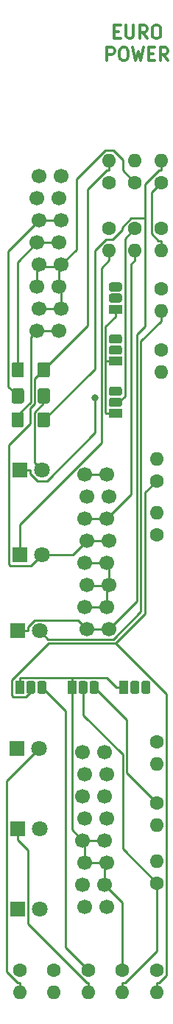
<source format=gtl>
%TF.GenerationSoftware,KiCad,Pcbnew,5.1.9+dfsg1-1~bpo10+1*%
%TF.CreationDate,2021-04-17T11:45:14+01:00*%
%TF.ProjectId,europower,6575726f-706f-4776-9572-2e6b69636164,rev?*%
%TF.SameCoordinates,Original*%
%TF.FileFunction,Copper,L1,Top*%
%TF.FilePolarity,Positive*%
%FSLAX46Y46*%
G04 Gerber Fmt 4.6, Leading zero omitted, Abs format (unit mm)*
G04 Created by KiCad (PCBNEW 5.1.9+dfsg1-1~bpo10+1) date 2021-04-17 11:45:14*
%MOMM*%
%LPD*%
G01*
G04 APERTURE LIST*
%TA.AperFunction,NonConductor*%
%ADD10C,0.300000*%
%TD*%
%TA.AperFunction,ComponentPad*%
%ADD11R,1.050000X1.500000*%
%TD*%
%TA.AperFunction,ComponentPad*%
%ADD12R,1.500000X1.050000*%
%TD*%
%TA.AperFunction,ComponentPad*%
%ADD13O,1.600000X1.600000*%
%TD*%
%TA.AperFunction,ComponentPad*%
%ADD14C,1.600000*%
%TD*%
%TA.AperFunction,ComponentPad*%
%ADD15C,1.800000*%
%TD*%
%TA.AperFunction,ComponentPad*%
%ADD16R,1.800000X1.800000*%
%TD*%
%TA.AperFunction,ComponentPad*%
%ADD17C,1.700000*%
%TD*%
%TA.AperFunction,ViaPad*%
%ADD18C,0.800000*%
%TD*%
%TA.AperFunction,Conductor*%
%ADD19C,0.250000*%
%TD*%
G04 APERTURE END LIST*
D10*
X148607142Y-66367857D02*
X149107142Y-66367857D01*
X149321428Y-67153571D02*
X148607142Y-67153571D01*
X148607142Y-65653571D01*
X149321428Y-65653571D01*
X149964285Y-65653571D02*
X149964285Y-66867857D01*
X150035714Y-67010714D01*
X150107142Y-67082142D01*
X150250000Y-67153571D01*
X150535714Y-67153571D01*
X150678571Y-67082142D01*
X150750000Y-67010714D01*
X150821428Y-66867857D01*
X150821428Y-65653571D01*
X152392857Y-67153571D02*
X151892857Y-66439285D01*
X151535714Y-67153571D02*
X151535714Y-65653571D01*
X152107142Y-65653571D01*
X152250000Y-65725000D01*
X152321428Y-65796428D01*
X152392857Y-65939285D01*
X152392857Y-66153571D01*
X152321428Y-66296428D01*
X152250000Y-66367857D01*
X152107142Y-66439285D01*
X151535714Y-66439285D01*
X153321428Y-65653571D02*
X153607142Y-65653571D01*
X153750000Y-65725000D01*
X153892857Y-65867857D01*
X153964285Y-66153571D01*
X153964285Y-66653571D01*
X153892857Y-66939285D01*
X153750000Y-67082142D01*
X153607142Y-67153571D01*
X153321428Y-67153571D01*
X153178571Y-67082142D01*
X153035714Y-66939285D01*
X152964285Y-66653571D01*
X152964285Y-66153571D01*
X153035714Y-65867857D01*
X153178571Y-65725000D01*
X153321428Y-65653571D01*
X147785714Y-69703571D02*
X147785714Y-68203571D01*
X148357142Y-68203571D01*
X148500000Y-68275000D01*
X148571428Y-68346428D01*
X148642857Y-68489285D01*
X148642857Y-68703571D01*
X148571428Y-68846428D01*
X148500000Y-68917857D01*
X148357142Y-68989285D01*
X147785714Y-68989285D01*
X149571428Y-68203571D02*
X149857142Y-68203571D01*
X150000000Y-68275000D01*
X150142857Y-68417857D01*
X150214285Y-68703571D01*
X150214285Y-69203571D01*
X150142857Y-69489285D01*
X150000000Y-69632142D01*
X149857142Y-69703571D01*
X149571428Y-69703571D01*
X149428571Y-69632142D01*
X149285714Y-69489285D01*
X149214285Y-69203571D01*
X149214285Y-68703571D01*
X149285714Y-68417857D01*
X149428571Y-68275000D01*
X149571428Y-68203571D01*
X150714285Y-68203571D02*
X151071428Y-69703571D01*
X151357142Y-68632142D01*
X151642857Y-69703571D01*
X152000000Y-68203571D01*
X152571428Y-68917857D02*
X153071428Y-68917857D01*
X153285714Y-69703571D02*
X152571428Y-69703571D01*
X152571428Y-68203571D01*
X153285714Y-68203571D01*
X154785714Y-69703571D02*
X154285714Y-68989285D01*
X153928571Y-69703571D02*
X153928571Y-68203571D01*
X154500000Y-68203571D01*
X154642857Y-68275000D01*
X154714285Y-68346428D01*
X154785714Y-68489285D01*
X154785714Y-68703571D01*
X154714285Y-68846428D01*
X154642857Y-68917857D01*
X154500000Y-68989285D01*
X153928571Y-68989285D01*
D11*
%TO.P,Q6,1*%
%TO.N,GND*%
X149710000Y-141750000D03*
%TO.P,Q6,3*%
%TO.N,Net-(Q6-Pad3)*%
%TA.AperFunction,ComponentPad*%
G36*
G01*
X151725000Y-142237500D02*
X151725000Y-141262500D01*
G75*
G02*
X151987500Y-141000000I262500J0D01*
G01*
X152512500Y-141000000D01*
G75*
G02*
X152775000Y-141262500I0J-262500D01*
G01*
X152775000Y-142237500D01*
G75*
G02*
X152512500Y-142500000I-262500J0D01*
G01*
X151987500Y-142500000D01*
G75*
G02*
X151725000Y-142237500I0J262500D01*
G01*
G37*
%TD.AperFunction*%
%TO.P,Q6,2*%
%TO.N,Net-(Q6-Pad2)*%
%TA.AperFunction,ComponentPad*%
G36*
G01*
X150455000Y-142237500D02*
X150455000Y-141262500D01*
G75*
G02*
X150717500Y-141000000I262500J0D01*
G01*
X151242500Y-141000000D01*
G75*
G02*
X151505000Y-141262500I0J-262500D01*
G01*
X151505000Y-142237500D01*
G75*
G02*
X151242500Y-142500000I-262500J0D01*
G01*
X150717500Y-142500000D01*
G75*
G02*
X150455000Y-142237500I0J262500D01*
G01*
G37*
%TD.AperFunction*%
%TD*%
%TO.P,Q5,1*%
%TO.N,GND*%
X143750000Y-141750000D03*
%TO.P,Q5,3*%
%TO.N,Net-(Q5-Pad3)*%
%TA.AperFunction,ComponentPad*%
G36*
G01*
X145765000Y-142237500D02*
X145765000Y-141262500D01*
G75*
G02*
X146027500Y-141000000I262500J0D01*
G01*
X146552500Y-141000000D01*
G75*
G02*
X146815000Y-141262500I0J-262500D01*
G01*
X146815000Y-142237500D01*
G75*
G02*
X146552500Y-142500000I-262500J0D01*
G01*
X146027500Y-142500000D01*
G75*
G02*
X145765000Y-142237500I0J262500D01*
G01*
G37*
%TD.AperFunction*%
%TO.P,Q5,2*%
%TO.N,Net-(Q5-Pad2)*%
%TA.AperFunction,ComponentPad*%
G36*
G01*
X144495000Y-142237500D02*
X144495000Y-141262500D01*
G75*
G02*
X144757500Y-141000000I262500J0D01*
G01*
X145282500Y-141000000D01*
G75*
G02*
X145545000Y-141262500I0J-262500D01*
G01*
X145545000Y-142237500D01*
G75*
G02*
X145282500Y-142500000I-262500J0D01*
G01*
X144757500Y-142500000D01*
G75*
G02*
X144495000Y-142237500I0J262500D01*
G01*
G37*
%TD.AperFunction*%
%TD*%
%TO.P,Q4,1*%
%TO.N,GND*%
X137750000Y-141750000D03*
%TO.P,Q4,3*%
%TO.N,Net-(Q4-Pad3)*%
%TA.AperFunction,ComponentPad*%
G36*
G01*
X139765000Y-142237500D02*
X139765000Y-141262500D01*
G75*
G02*
X140027500Y-141000000I262500J0D01*
G01*
X140552500Y-141000000D01*
G75*
G02*
X140815000Y-141262500I0J-262500D01*
G01*
X140815000Y-142237500D01*
G75*
G02*
X140552500Y-142500000I-262500J0D01*
G01*
X140027500Y-142500000D01*
G75*
G02*
X139765000Y-142237500I0J262500D01*
G01*
G37*
%TD.AperFunction*%
%TO.P,Q4,2*%
%TO.N,Net-(Q4-Pad2)*%
%TA.AperFunction,ComponentPad*%
G36*
G01*
X138495000Y-142237500D02*
X138495000Y-141262500D01*
G75*
G02*
X138757500Y-141000000I262500J0D01*
G01*
X139282500Y-141000000D01*
G75*
G02*
X139545000Y-141262500I0J-262500D01*
G01*
X139545000Y-142237500D01*
G75*
G02*
X139282500Y-142500000I-262500J0D01*
G01*
X138757500Y-142500000D01*
G75*
G02*
X138495000Y-142237500I0J262500D01*
G01*
G37*
%TD.AperFunction*%
%TD*%
D12*
%TO.P,Q3,1*%
%TO.N,GND*%
X148750000Y-110250000D03*
%TO.P,Q3,3*%
%TO.N,Net-(Q3-Pad3)*%
%TA.AperFunction,ComponentPad*%
G36*
G01*
X149237500Y-108235000D02*
X148262500Y-108235000D01*
G75*
G02*
X148000000Y-107972500I0J262500D01*
G01*
X148000000Y-107447500D01*
G75*
G02*
X148262500Y-107185000I262500J0D01*
G01*
X149237500Y-107185000D01*
G75*
G02*
X149500000Y-107447500I0J-262500D01*
G01*
X149500000Y-107972500D01*
G75*
G02*
X149237500Y-108235000I-262500J0D01*
G01*
G37*
%TD.AperFunction*%
%TO.P,Q3,2*%
%TO.N,Net-(Q3-Pad2)*%
%TA.AperFunction,ComponentPad*%
G36*
G01*
X149237500Y-109505000D02*
X148262500Y-109505000D01*
G75*
G02*
X148000000Y-109242500I0J262500D01*
G01*
X148000000Y-108717500D01*
G75*
G02*
X148262500Y-108455000I262500J0D01*
G01*
X149237500Y-108455000D01*
G75*
G02*
X149500000Y-108717500I0J-262500D01*
G01*
X149500000Y-109242500D01*
G75*
G02*
X149237500Y-109505000I-262500J0D01*
G01*
G37*
%TD.AperFunction*%
%TD*%
%TO.P,Q2,1*%
%TO.N,GND*%
X148750000Y-104250000D03*
%TO.P,Q2,3*%
%TO.N,Net-(Q2-Pad3)*%
%TA.AperFunction,ComponentPad*%
G36*
G01*
X149237500Y-102235000D02*
X148262500Y-102235000D01*
G75*
G02*
X148000000Y-101972500I0J262500D01*
G01*
X148000000Y-101447500D01*
G75*
G02*
X148262500Y-101185000I262500J0D01*
G01*
X149237500Y-101185000D01*
G75*
G02*
X149500000Y-101447500I0J-262500D01*
G01*
X149500000Y-101972500D01*
G75*
G02*
X149237500Y-102235000I-262500J0D01*
G01*
G37*
%TD.AperFunction*%
%TO.P,Q2,2*%
%TO.N,Net-(Q2-Pad2)*%
%TA.AperFunction,ComponentPad*%
G36*
G01*
X149237500Y-103505000D02*
X148262500Y-103505000D01*
G75*
G02*
X148000000Y-103242500I0J262500D01*
G01*
X148000000Y-102717500D01*
G75*
G02*
X148262500Y-102455000I262500J0D01*
G01*
X149237500Y-102455000D01*
G75*
G02*
X149500000Y-102717500I0J-262500D01*
G01*
X149500000Y-103242500D01*
G75*
G02*
X149237500Y-103505000I-262500J0D01*
G01*
G37*
%TD.AperFunction*%
%TD*%
%TO.P,Q1,1*%
%TO.N,GND*%
X148750000Y-98270000D03*
%TO.P,Q1,3*%
%TO.N,Net-(Q1-Pad3)*%
%TA.AperFunction,ComponentPad*%
G36*
G01*
X149237500Y-96255000D02*
X148262500Y-96255000D01*
G75*
G02*
X148000000Y-95992500I0J262500D01*
G01*
X148000000Y-95467500D01*
G75*
G02*
X148262500Y-95205000I262500J0D01*
G01*
X149237500Y-95205000D01*
G75*
G02*
X149500000Y-95467500I0J-262500D01*
G01*
X149500000Y-95992500D01*
G75*
G02*
X149237500Y-96255000I-262500J0D01*
G01*
G37*
%TD.AperFunction*%
%TO.P,Q1,2*%
%TO.N,Net-(Q1-Pad2)*%
%TA.AperFunction,ComponentPad*%
G36*
G01*
X149237500Y-97525000D02*
X148262500Y-97525000D01*
G75*
G02*
X148000000Y-97262500I0J262500D01*
G01*
X148000000Y-96737500D01*
G75*
G02*
X148262500Y-96475000I262500J0D01*
G01*
X149237500Y-96475000D01*
G75*
G02*
X149500000Y-96737500I0J-262500D01*
G01*
X149500000Y-97262500D01*
G75*
G02*
X149237500Y-97525000I-262500J0D01*
G01*
G37*
%TD.AperFunction*%
%TD*%
D13*
%TO.P,R18,2*%
%TO.N,Net-(Q6-Pad2)*%
X141688000Y-176790000D03*
D14*
%TO.P,R18,1*%
%TO.N,GND*%
X141688000Y-174250000D03*
%TD*%
D13*
%TO.P,R17,2*%
%TO.N,Net-(Q5-Pad2)*%
X149562000Y-176830000D03*
D14*
%TO.P,R17,1*%
%TO.N,GND*%
X149562000Y-174290000D03*
%TD*%
D13*
%TO.P,R16,2*%
%TO.N,Net-(Q4-Pad2)*%
X153500000Y-176790000D03*
D14*
%TO.P,R16,1*%
%TO.N,GND*%
X153500000Y-174250000D03*
%TD*%
D13*
%TO.P,R15,2*%
%TO.N,5V*%
X137750000Y-176790000D03*
D14*
%TO.P,R15,1*%
%TO.N,Net-(Q6-Pad2)*%
X137750000Y-174250000D03*
%TD*%
D13*
%TO.P,R14,2*%
%TO.N,-12V*%
X153500000Y-161710000D03*
D14*
%TO.P,R14,1*%
%TO.N,Net-(Q5-Pad2)*%
X153500000Y-164250000D03*
%TD*%
D13*
%TO.P,R13,2*%
%TO.N,12V*%
X153500000Y-115460000D03*
D14*
%TO.P,R13,1*%
%TO.N,Net-(Q4-Pad2)*%
X153500000Y-118000000D03*
%TD*%
D13*
%TO.P,R12,2*%
%TO.N,Net-(D6-Pad1)*%
X153500000Y-150540000D03*
D14*
%TO.P,R12,1*%
%TO.N,Net-(Q6-Pad3)*%
X153500000Y-148000000D03*
%TD*%
D13*
%TO.P,R11,2*%
%TO.N,Net-(D5-Pad2)*%
X153500000Y-157540000D03*
D14*
%TO.P,R11,1*%
%TO.N,Net-(Q5-Pad3)*%
X153500000Y-155000000D03*
%TD*%
D13*
%TO.P,R10,2*%
%TO.N,Net-(D4-Pad1)*%
X145625000Y-176790000D03*
D14*
%TO.P,R10,1*%
%TO.N,Net-(Q4-Pad3)*%
X145625000Y-174250000D03*
%TD*%
D13*
%TO.P,R9,2*%
%TO.N,Net-(Q3-Pad2)*%
X153500000Y-121710000D03*
D14*
%TO.P,R9,1*%
%TO.N,GND*%
X153500000Y-124250000D03*
%TD*%
D13*
%TO.P,R8,2*%
%TO.N,Net-(Q2-Pad2)*%
X154000000Y-91540000D03*
D14*
%TO.P,R8,1*%
%TO.N,GND*%
X154000000Y-89000000D03*
%TD*%
D13*
%TO.P,R7,2*%
%TO.N,Net-(Q1-Pad2)*%
X151000000Y-81210000D03*
D14*
%TO.P,R7,1*%
%TO.N,GND*%
X151000000Y-83750000D03*
%TD*%
D13*
%TO.P,R6,2*%
%TO.N,5V*%
X151000000Y-91540000D03*
D14*
%TO.P,R6,1*%
%TO.N,Net-(Q3-Pad2)*%
X151000000Y-89000000D03*
%TD*%
D13*
%TO.P,R5,2*%
%TO.N,-12V*%
X154000000Y-81210000D03*
D14*
%TO.P,R5,1*%
%TO.N,Net-(Q2-Pad2)*%
X154000000Y-83750000D03*
%TD*%
D13*
%TO.P,R4,2*%
%TO.N,12V*%
X148000000Y-81210000D03*
D14*
%TO.P,R4,1*%
%TO.N,Net-(Q1-Pad2)*%
X148000000Y-83750000D03*
%TD*%
D13*
%TO.P,R3,2*%
%TO.N,Net-(D3-Pad1)*%
X154000000Y-105540000D03*
D14*
%TO.P,R3,1*%
%TO.N,Net-(Q3-Pad3)*%
X154000000Y-103000000D03*
%TD*%
D13*
%TO.P,R2,2*%
%TO.N,Net-(D2-Pad2)*%
X154000000Y-98500000D03*
D14*
%TO.P,R2,1*%
%TO.N,Net-(Q2-Pad3)*%
X154000000Y-95960000D03*
%TD*%
D13*
%TO.P,R1,2*%
%TO.N,Net-(D1-Pad1)*%
X148000000Y-91540000D03*
D14*
%TO.P,R1,1*%
%TO.N,Net-(Q1-Pad3)*%
X148000000Y-89000000D03*
%TD*%
D15*
%TO.P,D6,2*%
%TO.N,5V*%
X140000000Y-148750000D03*
D16*
%TO.P,D6,1*%
%TO.N,Net-(D6-Pad1)*%
X137460000Y-148750000D03*
%TD*%
D15*
%TO.P,D5,2*%
%TO.N,Net-(D5-Pad2)*%
X140040000Y-167250000D03*
D16*
%TO.P,D5,1*%
%TO.N,-12V*%
X137500000Y-167250000D03*
%TD*%
D15*
%TO.P,D4,2*%
%TO.N,12V*%
X140040000Y-158000000D03*
D16*
%TO.P,D4,1*%
%TO.N,Net-(D4-Pad1)*%
X137500000Y-158000000D03*
%TD*%
D15*
%TO.P,D3,2*%
%TO.N,5V*%
X140290000Y-116750000D03*
D16*
%TO.P,D3,1*%
%TO.N,Net-(D3-Pad1)*%
X137750000Y-116750000D03*
%TD*%
D15*
%TO.P,D2,2*%
%TO.N,Net-(D2-Pad2)*%
X140040000Y-135250000D03*
D16*
%TO.P,D2,1*%
%TO.N,-12V*%
X137500000Y-135250000D03*
%TD*%
D15*
%TO.P,D1,2*%
%TO.N,12V*%
X140290000Y-126500000D03*
D16*
%TO.P,D1,1*%
%TO.N,Net-(D1-Pad1)*%
X137750000Y-126500000D03*
%TD*%
D17*
%TO.P,U3,8*%
%TO.N,-12V*%
X145464000Y-135030000D03*
%TO.P,U3,7*%
%TO.N,GND*%
X145210000Y-132490000D03*
%TO.P,U3,6*%
X145464000Y-129950000D03*
%TO.P,U3,5*%
X145210000Y-127410000D03*
%TO.P,U3,4*%
%TO.N,12V*%
X145464000Y-124870000D03*
%TO.P,U3,3*%
%TO.N,5V*%
X145210000Y-122330000D03*
%TO.P,U3,8*%
%TO.N,-12V*%
X148004000Y-135030000D03*
%TO.P,U3,7*%
%TO.N,GND*%
X147750000Y-132490000D03*
%TO.P,U3,6*%
X148004000Y-129950000D03*
%TO.P,U3,5*%
X147750000Y-127410000D03*
%TO.P,U3,4*%
%TO.N,12V*%
X148004000Y-124870000D03*
%TO.P,U3,3*%
%TO.N,5V*%
X147750000Y-122330000D03*
%TO.P,U3,2*%
%TO.N,CV*%
X145464000Y-119790000D03*
X148004000Y-119790000D03*
%TO.P,U3,1*%
%TO.N,GATE*%
X145210000Y-117250000D03*
X147750000Y-117250000D03*
%TD*%
%TO.P,U2,8*%
%TO.N,-12V*%
X145214000Y-166950000D03*
%TO.P,U2,7*%
%TO.N,GND*%
X144960000Y-164410000D03*
%TO.P,U2,6*%
X145214000Y-161870000D03*
%TO.P,U2,5*%
X144960000Y-159330000D03*
%TO.P,U2,4*%
%TO.N,12V*%
X145214000Y-156790000D03*
%TO.P,U2,3*%
%TO.N,5V*%
X144960000Y-154250000D03*
%TO.P,U2,8*%
%TO.N,-12V*%
X147754000Y-166950000D03*
%TO.P,U2,7*%
%TO.N,GND*%
X147500000Y-164410000D03*
%TO.P,U2,6*%
X147754000Y-161870000D03*
%TO.P,U2,5*%
X147500000Y-159330000D03*
%TO.P,U2,4*%
%TO.N,12V*%
X147754000Y-156790000D03*
%TO.P,U2,3*%
%TO.N,5V*%
X147500000Y-154250000D03*
%TO.P,U2,2*%
%TO.N,CV*%
X145214000Y-151710000D03*
X147754000Y-151710000D03*
%TO.P,U2,1*%
%TO.N,GATE*%
X144960000Y-149170000D03*
X147500000Y-149170000D03*
%TD*%
%TO.P,U1,8*%
%TO.N,Net-(F3-Pad2)*%
X142286000Y-100780000D03*
%TO.P,U1,7*%
%TO.N,GND*%
X142540000Y-98240000D03*
%TO.P,U1,6*%
X142286000Y-95700000D03*
%TO.P,U1,5*%
X142540000Y-93160000D03*
%TO.P,U1,4*%
%TO.N,Net-(F1-Pad2)*%
X142286000Y-90620000D03*
%TO.P,U1,3*%
%TO.N,Net-(F2-Pad2)*%
X142540000Y-88080000D03*
%TO.P,U1,8*%
%TO.N,Net-(F3-Pad2)*%
X139746000Y-100780000D03*
%TO.P,U1,7*%
%TO.N,GND*%
X140000000Y-98240000D03*
%TO.P,U1,6*%
X139746000Y-95700000D03*
%TO.P,U1,5*%
X140000000Y-93160000D03*
%TO.P,U1,4*%
%TO.N,Net-(F1-Pad2)*%
X139746000Y-90620000D03*
%TO.P,U1,3*%
%TO.N,Net-(F2-Pad2)*%
X140000000Y-88080000D03*
%TO.P,U1,2*%
%TO.N,CV*%
X142286000Y-85540000D03*
X139746000Y-85540000D03*
%TO.P,U1,1*%
%TO.N,GATE*%
X142540000Y-83000000D03*
X140000000Y-83000000D03*
%TD*%
%TO.P,F3,2*%
%TO.N,Net-(F3-Pad2)*%
%TA.AperFunction,SMDPad,CuDef*%
G36*
G01*
X138225000Y-110375000D02*
X138225000Y-111625000D01*
G75*
G02*
X137975000Y-111875000I-250000J0D01*
G01*
X137050000Y-111875000D01*
G75*
G02*
X136800000Y-111625000I0J250000D01*
G01*
X136800000Y-110375000D01*
G75*
G02*
X137050000Y-110125000I250000J0D01*
G01*
X137975000Y-110125000D01*
G75*
G02*
X138225000Y-110375000I0J-250000D01*
G01*
G37*
%TD.AperFunction*%
%TO.P,F3,1*%
%TO.N,-12V*%
%TA.AperFunction,SMDPad,CuDef*%
G36*
G01*
X141200000Y-110375000D02*
X141200000Y-111625000D01*
G75*
G02*
X140950000Y-111875000I-250000J0D01*
G01*
X140025000Y-111875000D01*
G75*
G02*
X139775000Y-111625000I0J250000D01*
G01*
X139775000Y-110375000D01*
G75*
G02*
X140025000Y-110125000I250000J0D01*
G01*
X140950000Y-110125000D01*
G75*
G02*
X141200000Y-110375000I0J-250000D01*
G01*
G37*
%TD.AperFunction*%
%TD*%
%TO.P,F2,2*%
%TO.N,Net-(F2-Pad2)*%
%TA.AperFunction,SMDPad,CuDef*%
G36*
G01*
X138237000Y-107625000D02*
X138237000Y-108875000D01*
G75*
G02*
X137987000Y-109125000I-250000J0D01*
G01*
X137062000Y-109125000D01*
G75*
G02*
X136812000Y-108875000I0J250000D01*
G01*
X136812000Y-107625000D01*
G75*
G02*
X137062000Y-107375000I250000J0D01*
G01*
X137987000Y-107375000D01*
G75*
G02*
X138237000Y-107625000I0J-250000D01*
G01*
G37*
%TD.AperFunction*%
%TO.P,F2,1*%
%TO.N,5V*%
%TA.AperFunction,SMDPad,CuDef*%
G36*
G01*
X141212000Y-107625000D02*
X141212000Y-108875000D01*
G75*
G02*
X140962000Y-109125000I-250000J0D01*
G01*
X140037000Y-109125000D01*
G75*
G02*
X139787000Y-108875000I0J250000D01*
G01*
X139787000Y-107625000D01*
G75*
G02*
X140037000Y-107375000I250000J0D01*
G01*
X140962000Y-107375000D01*
G75*
G02*
X141212000Y-107625000I0J-250000D01*
G01*
G37*
%TD.AperFunction*%
%TD*%
%TO.P,F1,2*%
%TO.N,Net-(F1-Pad2)*%
%TA.AperFunction,SMDPad,CuDef*%
G36*
G01*
X138225000Y-104625000D02*
X138225000Y-105875000D01*
G75*
G02*
X137975000Y-106125000I-250000J0D01*
G01*
X137050000Y-106125000D01*
G75*
G02*
X136800000Y-105875000I0J250000D01*
G01*
X136800000Y-104625000D01*
G75*
G02*
X137050000Y-104375000I250000J0D01*
G01*
X137975000Y-104375000D01*
G75*
G02*
X138225000Y-104625000I0J-250000D01*
G01*
G37*
%TD.AperFunction*%
%TO.P,F1,1*%
%TO.N,12V*%
%TA.AperFunction,SMDPad,CuDef*%
G36*
G01*
X141200000Y-104625000D02*
X141200000Y-105875000D01*
G75*
G02*
X140950000Y-106125000I-250000J0D01*
G01*
X140025000Y-106125000D01*
G75*
G02*
X139775000Y-105875000I0J250000D01*
G01*
X139775000Y-104625000D01*
G75*
G02*
X140025000Y-104375000I250000J0D01*
G01*
X140950000Y-104375000D01*
G75*
G02*
X141200000Y-104625000I0J-250000D01*
G01*
G37*
%TD.AperFunction*%
%TD*%
D18*
%TO.N,Net-(D3-Pad1)*%
X146398500Y-108500500D03*
%TD*%
D19*
%TO.N,12V*%
X140487500Y-105250000D02*
X139455700Y-106281800D01*
X139455700Y-106281800D02*
X139455700Y-109145200D01*
X139455700Y-109145200D02*
X138960600Y-109640300D01*
X138960600Y-109640300D02*
X138960600Y-111461400D01*
X138960600Y-111461400D02*
X136524600Y-113897400D01*
X136524600Y-113897400D02*
X136524600Y-127564000D01*
X136524600Y-127564000D02*
X136695100Y-127734500D01*
X136695100Y-127734500D02*
X139055500Y-127734500D01*
X139055500Y-127734500D02*
X140290000Y-126500000D01*
X148000000Y-82335300D02*
X147718700Y-82335300D01*
X147718700Y-82335300D02*
X145558700Y-84495300D01*
X145558700Y-84495300D02*
X145558700Y-100178800D01*
X145558700Y-100178800D02*
X140487500Y-105250000D01*
X145464000Y-124870000D02*
X143834000Y-126500000D01*
X143834000Y-126500000D02*
X140290000Y-126500000D01*
X148000000Y-81210000D02*
X148000000Y-82335300D01*
X148004000Y-124870000D02*
X145464000Y-124870000D01*
%TO.N,-12V*%
X152175700Y-87829500D02*
X152175700Y-83943200D01*
X152175700Y-83943200D02*
X153783600Y-82335300D01*
X153783600Y-82335300D02*
X154000000Y-82335300D01*
X140487500Y-111000000D02*
X146357200Y-105130300D01*
X146357200Y-105130300D02*
X146357200Y-91526200D01*
X146357200Y-91526200D02*
X147645700Y-90237700D01*
X147645700Y-90237700D02*
X148409400Y-90237700D01*
X148409400Y-90237700D02*
X149500100Y-89147000D01*
X149500100Y-89147000D02*
X149500100Y-88899900D01*
X149500100Y-88899900D02*
X150570500Y-87829500D01*
X150570500Y-87829500D02*
X152175700Y-87829500D01*
X152175700Y-87829500D02*
X152175700Y-100257700D01*
X152175700Y-100257700D02*
X151225100Y-101208300D01*
X151225100Y-101208300D02*
X151225100Y-131808900D01*
X151225100Y-131808900D02*
X148004000Y-135030000D01*
X154000000Y-81210000D02*
X154000000Y-82335300D01*
X137500000Y-135250000D02*
X138725300Y-135250000D01*
X145464000Y-135030000D02*
X144458700Y-134024700D01*
X144458700Y-134024700D02*
X139491000Y-134024700D01*
X139491000Y-134024700D02*
X138725300Y-134790400D01*
X138725300Y-134790400D02*
X138725300Y-135250000D01*
X148004000Y-135030000D02*
X145464000Y-135030000D01*
%TO.N,5V*%
X140499500Y-108250000D02*
X140499500Y-109056600D01*
X140499500Y-109056600D02*
X139425700Y-110130400D01*
X139425700Y-110130400D02*
X139425700Y-115885700D01*
X139425700Y-115885700D02*
X140290000Y-116750000D01*
X137750000Y-176790000D02*
X137750000Y-175664700D01*
X140000000Y-148750000D02*
X136232200Y-152517800D01*
X136232200Y-152517800D02*
X136232200Y-174428200D01*
X136232200Y-174428200D02*
X137468700Y-175664700D01*
X137468700Y-175664700D02*
X137750000Y-175664700D01*
X147750000Y-122330000D02*
X150533700Y-119546300D01*
X150533700Y-119546300D02*
X150533700Y-93131600D01*
X150533700Y-93131600D02*
X151000000Y-92665300D01*
X145210000Y-122330000D02*
X147750000Y-122330000D01*
X151000000Y-91540000D02*
X151000000Y-92665300D01*
%TO.N,GATE*%
X147750000Y-117250000D02*
X145210000Y-117250000D01*
%TO.N,GND*%
X148750000Y-110250000D02*
X147674700Y-110250000D01*
X147674700Y-110250000D02*
X147623900Y-110199200D01*
X147623900Y-110199200D02*
X147623900Y-104300800D01*
X147623900Y-104300800D02*
X147674700Y-104250000D01*
X148750000Y-104250000D02*
X147674700Y-104250000D01*
X148750000Y-98270000D02*
X148750000Y-99120300D01*
X148750000Y-99120300D02*
X147623900Y-100246400D01*
X147623900Y-100246400D02*
X147623900Y-104199200D01*
X147623900Y-104199200D02*
X147674700Y-104250000D01*
X142540000Y-93160000D02*
X144252600Y-91447400D01*
X144252600Y-91447400D02*
X144252600Y-83355000D01*
X144252600Y-83355000D02*
X147578700Y-80028900D01*
X147578700Y-80028900D02*
X148487700Y-80028900D01*
X148487700Y-80028900D02*
X149585400Y-81126600D01*
X149585400Y-81126600D02*
X149585400Y-82335400D01*
X149585400Y-82335400D02*
X151000000Y-83750000D01*
X142286000Y-93414000D02*
X142540000Y-93160000D01*
X147500000Y-161870000D02*
X147754000Y-161870000D01*
X145214000Y-161870000D02*
X147500000Y-161870000D01*
X147500000Y-161870000D02*
X147500000Y-164410000D01*
X147500000Y-164410000D02*
X149562000Y-166472000D01*
X149562000Y-166472000D02*
X149562000Y-174290000D01*
X145214000Y-159330000D02*
X145214000Y-161870000D01*
X137750000Y-141750000D02*
X137750000Y-140674700D01*
X143750000Y-140674700D02*
X143697600Y-140622300D01*
X143697600Y-140622300D02*
X137802400Y-140622300D01*
X137802400Y-140622300D02*
X137750000Y-140674700D01*
X143750000Y-140786800D02*
X143750000Y-140674700D01*
X143750000Y-141750000D02*
X143750000Y-140786800D01*
X145214000Y-159330000D02*
X147500000Y-159330000D01*
X144960000Y-159330000D02*
X145214000Y-159330000D01*
X143750000Y-141750000D02*
X143750000Y-158120000D01*
X143750000Y-158120000D02*
X144960000Y-159330000D01*
X142286000Y-95700000D02*
X142540000Y-95954000D01*
X142540000Y-95954000D02*
X142540000Y-98240000D01*
X147750000Y-132490000D02*
X145210000Y-132490000D01*
X149710000Y-141750000D02*
X148859700Y-141750000D01*
X143750000Y-140674700D02*
X143753500Y-140671200D01*
X143753500Y-140671200D02*
X147780900Y-140671200D01*
X147780900Y-140671200D02*
X148859700Y-141750000D01*
X140000000Y-98240000D02*
X142540000Y-98240000D01*
X145210000Y-127410000D02*
X147750000Y-127410000D01*
X147750000Y-130077000D02*
X145591000Y-130077000D01*
X145591000Y-130077000D02*
X145464000Y-129950000D01*
X148004000Y-129950000D02*
X147877000Y-130077000D01*
X147877000Y-130077000D02*
X147750000Y-130077000D01*
X147750000Y-130077000D02*
X147750000Y-132490000D01*
X140254000Y-93414000D02*
X142286000Y-93414000D01*
X140000000Y-93160000D02*
X140254000Y-93414000D01*
X140254000Y-93414000D02*
X139746000Y-93922000D01*
X139746000Y-93922000D02*
X139746000Y-95700000D01*
X142286000Y-93414000D02*
X142286000Y-95700000D01*
X147750000Y-127410000D02*
X148004000Y-127664000D01*
X148004000Y-127664000D02*
X148004000Y-129950000D01*
%TO.N,Net-(D1-Pad1)*%
X137750000Y-126500000D02*
X137750000Y-123046000D01*
X137750000Y-123046000D02*
X147123800Y-113672200D01*
X147123800Y-113672200D02*
X147123800Y-93541500D01*
X147123800Y-93541500D02*
X148000000Y-92665300D01*
X148000000Y-91540000D02*
X148000000Y-92665300D01*
%TO.N,Net-(D2-Pad2)*%
X154000000Y-98500000D02*
X154000000Y-99625300D01*
X140040000Y-135250000D02*
X141012800Y-136222800D01*
X141012800Y-136222800D02*
X148473500Y-136222800D01*
X148473500Y-136222800D02*
X151675500Y-133020800D01*
X151675500Y-133020800D02*
X151675500Y-101949800D01*
X151675500Y-101949800D02*
X154000000Y-99625300D01*
%TO.N,Net-(D3-Pad1)*%
X137750000Y-116750000D02*
X138975300Y-116750000D01*
X138975300Y-116750000D02*
X138975300Y-117209500D01*
X138975300Y-117209500D02*
X139763500Y-117997700D01*
X139763500Y-117997700D02*
X140858700Y-117997700D01*
X140858700Y-117997700D02*
X146398500Y-112457900D01*
X146398500Y-112457900D02*
X146398500Y-108500500D01*
%TO.N,Net-(D4-Pad1)*%
X145625000Y-176790000D02*
X145625000Y-175664700D01*
X137500000Y-158000000D02*
X137500000Y-159225300D01*
X137500000Y-159225300D02*
X138725300Y-160450600D01*
X138725300Y-160450600D02*
X138725300Y-168941800D01*
X138725300Y-168941800D02*
X145448200Y-175664700D01*
X145448200Y-175664700D02*
X145625000Y-175664700D01*
%TO.N,Net-(Q2-Pad2)*%
X154000000Y-91540000D02*
X154000000Y-90414700D01*
X154000000Y-83750000D02*
X152874700Y-84875300D01*
X152874700Y-84875300D02*
X152874700Y-89570800D01*
X152874700Y-89570800D02*
X153718600Y-90414700D01*
X153718600Y-90414700D02*
X154000000Y-90414700D01*
%TO.N,Net-(Q3-Pad2)*%
X151000000Y-89000000D02*
X149826500Y-90173500D01*
X149826500Y-90173500D02*
X149826500Y-108269300D01*
X149826500Y-108269300D02*
X149115800Y-108980000D01*
X149115800Y-108980000D02*
X148750000Y-108980000D01*
%TO.N,Net-(Q4-Pad3)*%
X145625000Y-174250000D02*
X142981600Y-171606600D01*
X142981600Y-171606600D02*
X142981600Y-144441600D01*
X142981600Y-144441600D02*
X140290000Y-141750000D01*
%TO.N,Net-(Q4-Pad2)*%
X148771400Y-136673200D02*
X141047900Y-136673200D01*
X141047900Y-136673200D02*
X136821200Y-140899900D01*
X136821200Y-140899900D02*
X136821200Y-142631200D01*
X136821200Y-142631200D02*
X137015400Y-142825400D01*
X137015400Y-142825400D02*
X138436400Y-142825400D01*
X138436400Y-142825400D02*
X139020000Y-142241800D01*
X139020000Y-142241800D02*
X139020000Y-141750000D01*
X153500000Y-118000000D02*
X152177100Y-119322900D01*
X152177100Y-119322900D02*
X152177100Y-133267500D01*
X152177100Y-133267500D02*
X148771400Y-136673200D01*
X153500000Y-175664700D02*
X153781300Y-175664700D01*
X153781300Y-175664700D02*
X154630000Y-174816000D01*
X154630000Y-174816000D02*
X154630000Y-142531800D01*
X154630000Y-142531800D02*
X148771400Y-136673200D01*
X153500000Y-176790000D02*
X153500000Y-175664700D01*
%TO.N,Net-(Q5-Pad3)*%
X146290000Y-141750000D02*
X150023100Y-145483100D01*
X150023100Y-145483100D02*
X150023100Y-151523100D01*
X150023100Y-151523100D02*
X153500000Y-155000000D01*
%TO.N,Net-(Q5-Pad2)*%
X145020000Y-141750000D02*
X145020000Y-144923600D01*
X145020000Y-144923600D02*
X149572800Y-149476400D01*
X149572800Y-149476400D02*
X149572800Y-160322800D01*
X149572800Y-160322800D02*
X153500000Y-164250000D01*
X153500000Y-164250000D02*
X153500000Y-172048100D01*
X153500000Y-172048100D02*
X149843400Y-175704700D01*
X149843400Y-175704700D02*
X149562000Y-175704700D01*
X149562000Y-176830000D02*
X149562000Y-175704700D01*
%TO.N,Net-(F1-Pad2)*%
X139746000Y-90620000D02*
X142286000Y-90620000D01*
X137512500Y-105250000D02*
X137512500Y-92853500D01*
X137512500Y-92853500D02*
X139746000Y-90620000D01*
%TO.N,Net-(F2-Pad2)*%
X140000000Y-88080000D02*
X142540000Y-88080000D01*
X137524500Y-108250000D02*
X136440600Y-107166100D01*
X136440600Y-107166100D02*
X136440600Y-91639400D01*
X136440600Y-91639400D02*
X140000000Y-88080000D01*
%TO.N,Net-(F3-Pad2)*%
X139746000Y-100780000D02*
X139000000Y-101526000D01*
X139000000Y-101526000D02*
X139000000Y-108964000D01*
X139000000Y-108964000D02*
X137512500Y-110451500D01*
X137512500Y-110451500D02*
X137512500Y-111000000D01*
X139746000Y-100780000D02*
X142286000Y-100780000D01*
%TD*%
M02*

</source>
